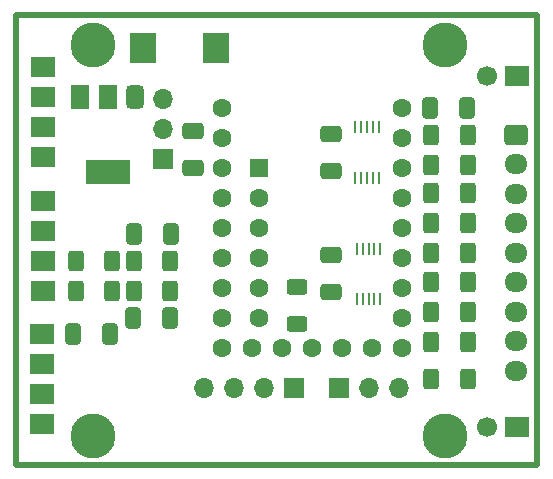
<source format=gbr>
G04 #@! TF.GenerationSoftware,KiCad,Pcbnew,7.0.1*
G04 #@! TF.CreationDate,2023-04-02T17:09:09+02:00*
G04 #@! TF.ProjectId,OXS_RP2040_Full,4f58535f-5250-4323-9034-305f46756c6c,rev?*
G04 #@! TF.SameCoordinates,Original*
G04 #@! TF.FileFunction,Soldermask,Top*
G04 #@! TF.FilePolarity,Negative*
%FSLAX46Y46*%
G04 Gerber Fmt 4.6, Leading zero omitted, Abs format (unit mm)*
G04 Created by KiCad (PCBNEW 7.0.1) date 2023-04-02 17:09:09*
%MOMM*%
%LPD*%
G01*
G04 APERTURE LIST*
G04 Aperture macros list*
%AMRoundRect*
0 Rectangle with rounded corners*
0 $1 Rounding radius*
0 $2 $3 $4 $5 $6 $7 $8 $9 X,Y pos of 4 corners*
0 Add a 4 corners polygon primitive as box body*
4,1,4,$2,$3,$4,$5,$6,$7,$8,$9,$2,$3,0*
0 Add four circle primitives for the rounded corners*
1,1,$1+$1,$2,$3*
1,1,$1+$1,$4,$5*
1,1,$1+$1,$6,$7*
1,1,$1+$1,$8,$9*
0 Add four rect primitives between the rounded corners*
20,1,$1+$1,$2,$3,$4,$5,0*
20,1,$1+$1,$4,$5,$6,$7,0*
20,1,$1+$1,$6,$7,$8,$9,0*
20,1,$1+$1,$8,$9,$2,$3,0*%
G04 Aperture macros list end*
%ADD10C,0.500000*%
%ADD11RoundRect,0.250000X-0.400000X-0.625000X0.400000X-0.625000X0.400000X0.625000X-0.400000X0.625000X0*%
%ADD12C,1.700000*%
%ADD13R,2.000000X1.700000*%
%ADD14RoundRect,0.250000X-0.725000X0.600000X-0.725000X-0.600000X0.725000X-0.600000X0.725000X0.600000X0*%
%ADD15O,1.950000X1.700000*%
%ADD16R,1.600000X1.600000*%
%ADD17C,1.600000*%
%ADD18C,3.800000*%
%ADD19R,0.250000X1.100000*%
%ADD20RoundRect,0.250000X0.412500X0.650000X-0.412500X0.650000X-0.412500X-0.650000X0.412500X-0.650000X0*%
%ADD21R,2.000000X1.800000*%
%ADD22RoundRect,0.250000X0.400000X0.625000X-0.400000X0.625000X-0.400000X-0.625000X0.400000X-0.625000X0*%
%ADD23RoundRect,0.250000X-0.650000X0.412500X-0.650000X-0.412500X0.650000X-0.412500X0.650000X0.412500X0*%
%ADD24RoundRect,0.250000X-0.412500X-0.650000X0.412500X-0.650000X0.412500X0.650000X-0.412500X0.650000X0*%
%ADD25R,2.310000X2.520000*%
%ADD26R,1.700000X1.700000*%
%ADD27O,1.700000X1.700000*%
%ADD28RoundRect,0.375000X-0.375000X0.625000X-0.375000X-0.625000X0.375000X-0.625000X0.375000X0.625000X0*%
%ADD29R,1.500000X2.000000*%
%ADD30R,3.800000X2.000000*%
%ADD31RoundRect,0.250000X0.650000X-0.412500X0.650000X0.412500X-0.650000X0.412500X-0.650000X-0.412500X0*%
%ADD32RoundRect,0.250000X-0.625000X0.400000X-0.625000X-0.400000X0.625000X-0.400000X0.625000X0.400000X0*%
G04 APERTURE END LIST*
D10*
X112649000Y-73660000D02*
X112649000Y-111760000D01*
X68580000Y-73660000D02*
X112649000Y-73660000D01*
X68580000Y-111760000D02*
X68580000Y-73660000D01*
X112649000Y-111760000D02*
X68580000Y-111760000D01*
D11*
X103733000Y-96266000D03*
X106833000Y-96266000D03*
X103707000Y-88773000D03*
X106807000Y-88773000D03*
D12*
X108478000Y-108585000D03*
D13*
X111018000Y-108585000D03*
D14*
X110871000Y-83820000D03*
D15*
X110871000Y-86320000D03*
X110871000Y-88820000D03*
X110871000Y-91320000D03*
X110871000Y-93820000D03*
X110871000Y-96320000D03*
X110871000Y-98820000D03*
X110871000Y-101320000D03*
X110871000Y-103820000D03*
D16*
X89154000Y-86614000D03*
D17*
X89154000Y-89154000D03*
X89154000Y-91694000D03*
X89154000Y-94234000D03*
X89154000Y-96774000D03*
X89154000Y-99314000D03*
D18*
X104902000Y-109347000D03*
D11*
X103707000Y-98806000D03*
X106807000Y-98806000D03*
D18*
X75057000Y-76200000D03*
D17*
X101219000Y-81534000D03*
X101219000Y-84074000D03*
X101219000Y-86614000D03*
X101219000Y-89154000D03*
X101219000Y-91694000D03*
X101219000Y-94234000D03*
X101219000Y-96774000D03*
X101219000Y-99314000D03*
X101219000Y-101854000D03*
X98679000Y-101854000D03*
X96139000Y-101854000D03*
X93599000Y-101854000D03*
X91059000Y-101854000D03*
X88519000Y-101854000D03*
X85979000Y-101854000D03*
X85979000Y-99314000D03*
X85979000Y-96774000D03*
X85979000Y-94234000D03*
X85979000Y-91694000D03*
X85979000Y-89154000D03*
X85979000Y-86614000D03*
X85979000Y-84074000D03*
X85979000Y-81534000D03*
D19*
X99417000Y-93472000D03*
X98917000Y-93472000D03*
X98417000Y-93472000D03*
X97917000Y-93472000D03*
X97417000Y-93472000D03*
X97417000Y-97772000D03*
X97917000Y-97772000D03*
X98417000Y-97772000D03*
X98917000Y-97772000D03*
X99417000Y-97772000D03*
D20*
X81661000Y-92202000D03*
X78536000Y-92202000D03*
D21*
X70866000Y-85725000D03*
X70866000Y-83185000D03*
X70866000Y-80645000D03*
X70866000Y-78105000D03*
D22*
X81635000Y-97028000D03*
X78535000Y-97028000D03*
D12*
X108458000Y-78867000D03*
D13*
X110998000Y-78867000D03*
D22*
X81635000Y-94488000D03*
X78535000Y-94488000D03*
D11*
X103707000Y-91313000D03*
X106807000Y-91313000D03*
X103707000Y-93853000D03*
X106807000Y-93853000D03*
D19*
X99314000Y-83159000D03*
X98814000Y-83159000D03*
X98314000Y-83159000D03*
X97814000Y-83159000D03*
X97314000Y-83159000D03*
X97314000Y-87459000D03*
X97814000Y-87459000D03*
X98314000Y-87459000D03*
X98814000Y-87459000D03*
X99314000Y-87459000D03*
D11*
X103733000Y-101346000D03*
X106833000Y-101346000D03*
D23*
X95250000Y-94030000D03*
X95250000Y-97155000D03*
D11*
X103733000Y-83820000D03*
X106833000Y-83820000D03*
D20*
X81635000Y-99314000D03*
X78510000Y-99314000D03*
D11*
X103707000Y-86360000D03*
X106807000Y-86360000D03*
D22*
X76734000Y-94488000D03*
X73634000Y-94488000D03*
D21*
X70840000Y-97028000D03*
X70840000Y-94488000D03*
X70840000Y-91948000D03*
X70840000Y-89408000D03*
D24*
X73367500Y-100711000D03*
X76492500Y-100711000D03*
D25*
X85523000Y-76454000D03*
X79323000Y-76454000D03*
D26*
X81026000Y-85852000D03*
D27*
X81026000Y-83312000D03*
X81026000Y-80772000D03*
D22*
X76734000Y-97028000D03*
X73634000Y-97028000D03*
D28*
X78627000Y-80670000D03*
D29*
X76327000Y-80670000D03*
D30*
X76327000Y-86970000D03*
D29*
X74027000Y-80670000D03*
D31*
X83566000Y-86652500D03*
X83566000Y-83527500D03*
D32*
X92329000Y-96722000D03*
X92329000Y-99822000D03*
D20*
X106718500Y-81534000D03*
X103593500Y-81534000D03*
D18*
X75057000Y-109347000D03*
D26*
X92075000Y-105283000D03*
D27*
X89535000Y-105283000D03*
X86995000Y-105283000D03*
X84455000Y-105283000D03*
D26*
X95885000Y-105283000D03*
D27*
X98425000Y-105283000D03*
X100965000Y-105283000D03*
D21*
X70739000Y-108331000D03*
X70739000Y-105791000D03*
X70739000Y-103251000D03*
X70739000Y-100711000D03*
D23*
X95250000Y-83794000D03*
X95250000Y-86919000D03*
D18*
X104902000Y-76200000D03*
D11*
X103707000Y-104521000D03*
X106807000Y-104521000D03*
M02*

</source>
